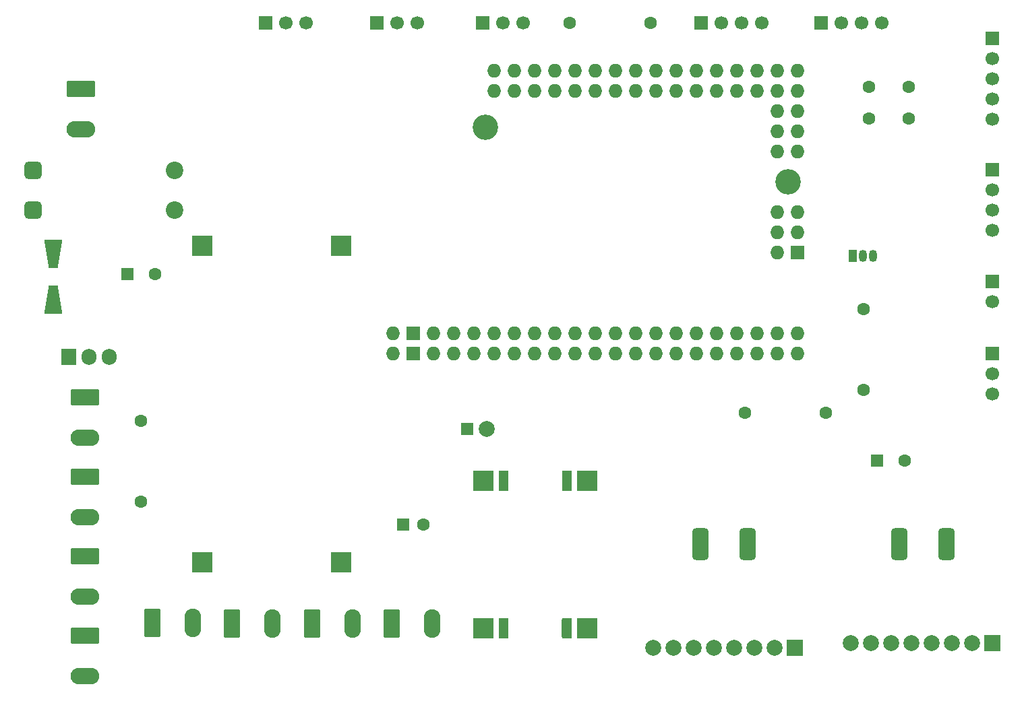
<source format=gbr>
%TF.GenerationSoftware,KiCad,Pcbnew,9.0.4*%
%TF.CreationDate,2025-12-08T23:22:33+01:00*%
%TF.ProjectId,van-obc,76616e2d-6f62-4632-9e6b-696361645f70,rev?*%
%TF.SameCoordinates,Original*%
%TF.FileFunction,Soldermask,Top*%
%TF.FilePolarity,Negative*%
%FSLAX46Y46*%
G04 Gerber Fmt 4.6, Leading zero omitted, Abs format (unit mm)*
G04 Created by KiCad (PCBNEW 9.0.4) date 2025-12-08 23:22:33*
%MOMM*%
%LPD*%
G01*
G04 APERTURE LIST*
G04 Aperture macros list*
%AMRoundRect*
0 Rectangle with rounded corners*
0 $1 Rounding radius*
0 $2 $3 $4 $5 $6 $7 $8 $9 X,Y pos of 4 corners*
0 Add a 4 corners polygon primitive as box body*
4,1,4,$2,$3,$4,$5,$6,$7,$8,$9,$2,$3,0*
0 Add four circle primitives for the rounded corners*
1,1,$1+$1,$2,$3*
1,1,$1+$1,$4,$5*
1,1,$1+$1,$6,$7*
1,1,$1+$1,$8,$9*
0 Add four rect primitives between the rounded corners*
20,1,$1+$1,$2,$3,$4,$5,0*
20,1,$1+$1,$4,$5,$6,$7,0*
20,1,$1+$1,$6,$7,$8,$9,0*
20,1,$1+$1,$8,$9,$2,$3,0*%
%AMOutline4P*
0 Free polygon, 4 corners , with rotation*
0 The origin of the aperture is its center*
0 number of corners: always 4*
0 $1 to $8 corner X, Y*
0 $9 Rotation angle, in degrees counterclockwise*
0 create outline with 4 corners*
4,1,4,$1,$2,$3,$4,$5,$6,$7,$8,$1,$2,$9*%
G04 Aperture macros list end*
%ADD10C,1.600000*%
%ADD11RoundRect,0.249999X-0.790001X-1.550001X0.790001X-1.550001X0.790001X1.550001X-0.790001X1.550001X0*%
%ADD12O,2.080000X3.600000*%
%ADD13R,1.050000X1.500000*%
%ADD14O,1.050000X1.500000*%
%ADD15C,3.200000*%
%ADD16O,1.727200X1.727200*%
%ADD17R,1.727200X1.727200*%
%ADD18RoundRect,0.249999X-1.550001X0.790001X-1.550001X-0.790001X1.550001X-0.790001X1.550001X0.790001X0*%
%ADD19O,3.600000X2.080000*%
%ADD20R,1.700000X1.700000*%
%ADD21C,1.700000*%
%ADD22R,1.270000X2.540000*%
%ADD23RoundRect,0.190500X-0.444500X1.079500X-0.444500X-1.079500X0.444500X-1.079500X0.444500X1.079500X0*%
%ADD24R,2.540000X2.540000*%
%ADD25RoundRect,0.250000X-0.550000X-0.550000X0.550000X-0.550000X0.550000X0.550000X-0.550000X0.550000X0*%
%ADD26R,2.000000X2.000000*%
%ADD27C,2.000000*%
%ADD28R,1.905000X2.000000*%
%ADD29O,1.905000X2.000000*%
%ADD30RoundRect,0.408164X0.591836X1.591836X-0.591836X1.591836X-0.591836X-1.591836X0.591836X-1.591836X0*%
%ADD31Outline4P,-1.800000X-1.150000X1.800000X-0.550000X1.800000X0.550000X-1.800000X1.150000X270.000000*%
%ADD32Outline4P,-1.800000X-1.150000X1.800000X-0.550000X1.800000X0.550000X-1.800000X1.150000X90.000000*%
%ADD33RoundRect,0.550000X-0.550000X-0.550000X0.550000X-0.550000X0.550000X0.550000X-0.550000X0.550000X0*%
%ADD34C,2.200000*%
G04 APERTURE END LIST*
D10*
%TO.C,R6*%
X113420000Y-82000000D03*
X123580000Y-82000000D03*
%TD*%
D11*
%TO.C,J14*%
X39000000Y-108400000D03*
D12*
X44080000Y-108400000D03*
%TD*%
D13*
%TO.C,Q2*%
X126951961Y-62221961D03*
D14*
X128221961Y-62221961D03*
X129491961Y-62221961D03*
%TD*%
D11*
%TO.C,J15*%
X49000000Y-108500000D03*
D12*
X54080000Y-108500000D03*
%TD*%
D15*
%TO.C,A1*%
X80813200Y-46112000D03*
X118837000Y-52970000D03*
D16*
X76800000Y-72020000D03*
X76800000Y-74560000D03*
X74260000Y-72020000D03*
X119980000Y-56780000D03*
X74260000Y-74560000D03*
X81880000Y-39000000D03*
X81880000Y-41540000D03*
X84420000Y-39000000D03*
X84420000Y-41540000D03*
X86960000Y-39000000D03*
X86960000Y-41540000D03*
X89500000Y-39000000D03*
X89500000Y-41540000D03*
X92040000Y-39000000D03*
X92040000Y-41540000D03*
X94580000Y-39000000D03*
X94580000Y-41540000D03*
X97120000Y-39000000D03*
X97120000Y-41540000D03*
X99660000Y-39000000D03*
X99660000Y-41540000D03*
X79340000Y-72020000D03*
X81880000Y-72020000D03*
X81880000Y-74560000D03*
X84420000Y-72020000D03*
X84420000Y-74560000D03*
X86960000Y-72020000D03*
X86960000Y-74560000D03*
X89500000Y-72020000D03*
X89500000Y-74560000D03*
X92040000Y-72020000D03*
X92040000Y-74560000D03*
X94580000Y-72020000D03*
X94580000Y-74560000D03*
X97120000Y-72020000D03*
X97120000Y-74560000D03*
X99660000Y-72020000D03*
X99660000Y-74560000D03*
X102200000Y-72020000D03*
X102200000Y-74560000D03*
X104740000Y-72020000D03*
X104740000Y-74560000D03*
X107280000Y-72020000D03*
X107280000Y-74560000D03*
X109820000Y-72020000D03*
X109820000Y-74560000D03*
X112360000Y-72020000D03*
X112360000Y-74560000D03*
X114900000Y-72020000D03*
X114900000Y-74560000D03*
X117440000Y-72020000D03*
X117440000Y-74560000D03*
X119980000Y-72020000D03*
X119980000Y-74560000D03*
X102200000Y-39000000D03*
X102200000Y-41540000D03*
X104740000Y-39000000D03*
X104740000Y-41540000D03*
X107280000Y-39000000D03*
X107280000Y-41540000D03*
X109820000Y-39000000D03*
X109820000Y-41540000D03*
X112360000Y-39000000D03*
X112360000Y-41540000D03*
X114900000Y-39000000D03*
X114900000Y-41540000D03*
X117440000Y-39000000D03*
X117440000Y-41540000D03*
X119980000Y-39000000D03*
X119980000Y-41540000D03*
X119980000Y-44080000D03*
X117440000Y-44080000D03*
X119980000Y-46620000D03*
X117440000Y-46620000D03*
X119980000Y-49160000D03*
X117440000Y-49160000D03*
D17*
X71720000Y-72020000D03*
X71720000Y-74560000D03*
X119980000Y-61860000D03*
D16*
X117440000Y-56780000D03*
X119980000Y-59320000D03*
X79340000Y-74560000D03*
X117440000Y-61860000D03*
X117440000Y-59320000D03*
X69180000Y-72020000D03*
X69180000Y-74560000D03*
%TD*%
D18*
%TO.C,J11*%
X30500000Y-90000000D03*
D19*
X30500000Y-95080000D03*
%TD*%
D20*
%TO.C,J2*%
X144500000Y-34880000D03*
D21*
X144500000Y-37420000D03*
X144500000Y-39960000D03*
X144500000Y-42500000D03*
X144500000Y-45040000D03*
%TD*%
D22*
%TO.C,U2*%
X91000000Y-90500000D03*
X83040000Y-90500000D03*
D23*
X91000000Y-109100000D03*
D22*
X83040000Y-109100000D03*
D24*
X93540000Y-90500000D03*
X80540000Y-90500000D03*
X93540000Y-109100000D03*
X80540000Y-109100000D03*
%TD*%
D25*
%TO.C,C1*%
X35847349Y-64500000D03*
D10*
X39347349Y-64500000D03*
%TD*%
D18*
%TO.C,J10*%
X30500000Y-80000000D03*
D19*
X30500000Y-85080000D03*
%TD*%
D26*
%TO.C,u3*%
X119620000Y-111500000D03*
D27*
X117080000Y-111500000D03*
X114540000Y-111500000D03*
X112000000Y-111500000D03*
X109460000Y-111500000D03*
X106920000Y-111500000D03*
X104380000Y-111500000D03*
X101840000Y-111500000D03*
%TD*%
D28*
%TO.C,Q1*%
X28460000Y-74950000D03*
D29*
X31000000Y-74950000D03*
X33540000Y-74950000D03*
%TD*%
D10*
%TO.C,C4*%
X129000000Y-45000000D03*
X134000000Y-45000000D03*
%TD*%
D20*
%TO.C,J9*%
X80420000Y-33000000D03*
D21*
X82960000Y-33000000D03*
X85500000Y-33000000D03*
%TD*%
D18*
%TO.C,J13*%
X30500000Y-110000000D03*
D19*
X30500000Y-115080000D03*
%TD*%
D10*
%TO.C,R1*%
X37500000Y-83000000D03*
X37500000Y-93160000D03*
%TD*%
D24*
%TO.C,U1*%
X62650000Y-100800000D03*
X45250000Y-100800000D03*
X62650000Y-61000000D03*
X45250000Y-61000000D03*
%TD*%
D20*
%TO.C,J7*%
X53190000Y-33000000D03*
D21*
X55730000Y-33000000D03*
X58270000Y-33000000D03*
%TD*%
D11*
%TO.C,J16*%
X59040000Y-108500000D03*
D12*
X64120000Y-108500000D03*
%TD*%
D18*
%TO.C,J12*%
X30500000Y-100040000D03*
D19*
X30500000Y-105120000D03*
%TD*%
D10*
%TO.C,R5*%
X128278039Y-79088039D03*
X128278039Y-68928039D03*
%TD*%
%TO.C,R4*%
X91340000Y-33000000D03*
X101500000Y-33000000D03*
%TD*%
D20*
%TO.C,J1*%
X144500000Y-51460000D03*
D21*
X144500000Y-54000000D03*
X144500000Y-56540000D03*
X144500000Y-59080000D03*
%TD*%
D20*
%TO.C,J8*%
X67150000Y-33000000D03*
D21*
X69690000Y-33000000D03*
X72230000Y-33000000D03*
%TD*%
D25*
%TO.C,C6*%
X130000000Y-88000000D03*
D10*
X133500000Y-88000000D03*
%TD*%
%TO.C,C5*%
X129000000Y-41000000D03*
X134000000Y-41000000D03*
%TD*%
D11*
%TO.C,J17*%
X69040000Y-108500000D03*
D12*
X74120000Y-108500000D03*
%TD*%
D30*
%TO.C,R2*%
X113692500Y-98460000D03*
X107767500Y-98460000D03*
%TD*%
D20*
%TO.C,J6*%
X122920000Y-33000000D03*
D21*
X125460000Y-33000000D03*
X128000000Y-33000000D03*
X130540000Y-33000000D03*
%TD*%
D31*
%TO.C,D1*%
X26500000Y-62000000D03*
D32*
X26500000Y-67800000D03*
%TD*%
D25*
%TO.C,C2*%
X78500000Y-84000000D03*
D27*
X81000000Y-84000000D03*
%TD*%
D20*
%TO.C,J5*%
X107880000Y-33000000D03*
D21*
X110420000Y-33000000D03*
X112960000Y-33000000D03*
X115500000Y-33000000D03*
%TD*%
D20*
%TO.C,J3*%
X144500000Y-65460000D03*
D21*
X144500000Y-68000000D03*
%TD*%
D26*
%TO.C,u4*%
X144430000Y-110960000D03*
D27*
X141890000Y-110960000D03*
X139350000Y-110960000D03*
X136810000Y-110960000D03*
X134270000Y-110960000D03*
X131730000Y-110960000D03*
X129190000Y-110960000D03*
X126650000Y-110960000D03*
%TD*%
D18*
%TO.C,J_11*%
X30000000Y-41290000D03*
D19*
X30000000Y-46370000D03*
%TD*%
D33*
%TO.C,F1*%
X24000000Y-51500000D03*
X24000000Y-56500000D03*
D34*
X41800000Y-51500000D03*
X41800000Y-56500000D03*
%TD*%
D30*
%TO.C,R3*%
X138692500Y-98460000D03*
X132767500Y-98460000D03*
%TD*%
D20*
%TO.C,J4*%
X144500000Y-74500000D03*
D21*
X144500000Y-77040000D03*
X144500000Y-79580000D03*
%TD*%
D25*
%TO.C,C3*%
X70500000Y-96000000D03*
D10*
X73000000Y-96000000D03*
%TD*%
M02*

</source>
